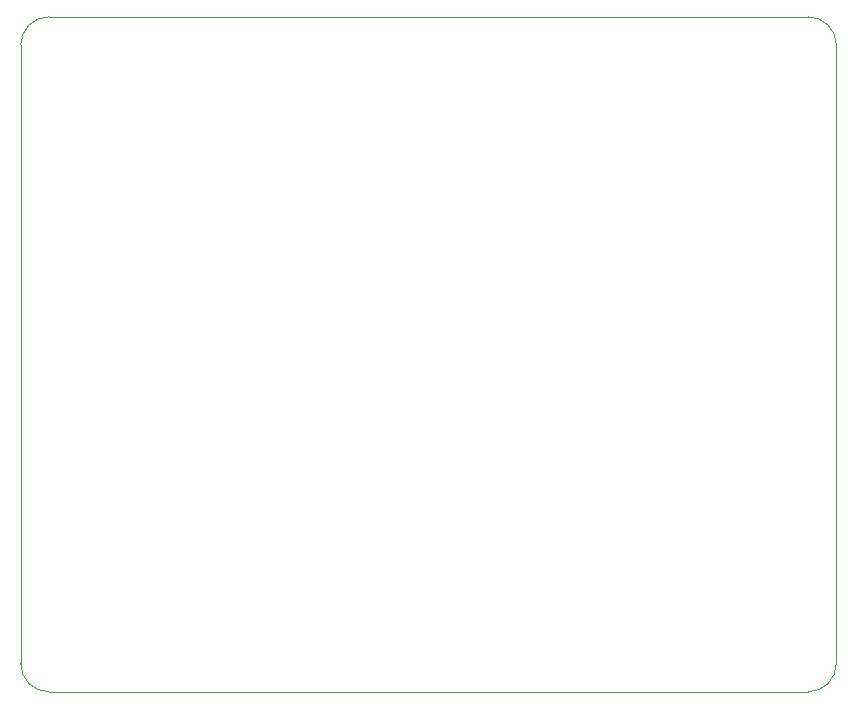
<source format=gm1>
G04 #@! TF.GenerationSoftware,KiCad,Pcbnew,(5.1.2)-2*
G04 #@! TF.CreationDate,2020-07-12T21:59:46+03:00*
G04 #@! TF.ProjectId,KB-Prototype,4b422d50-726f-4746-9f74-7970652e6b69,rev?*
G04 #@! TF.SameCoordinates,Original*
G04 #@! TF.FileFunction,Profile,NP*
%FSLAX46Y46*%
G04 Gerber Fmt 4.6, Leading zero omitted, Abs format (unit mm)*
G04 Created by KiCad (PCBNEW (5.1.2)-2) date 2020-07-12 21:59:46*
%MOMM*%
%LPD*%
G04 APERTURE LIST*
%ADD10C,0.050000*%
G04 APERTURE END LIST*
D10*
X26193750Y-23812500D02*
X90487500Y-23812500D01*
X90487500Y-80962500D02*
X26193750Y-80962500D01*
X23812500Y-26193750D02*
X23812500Y-78581250D01*
X92868750Y-78581250D02*
X92868750Y-26193750D01*
X92868750Y-78581250D02*
G75*
G02X90487500Y-80962500I-2381250J0D01*
G01*
X90487500Y-23812500D02*
G75*
G02X92868750Y-26193750I0J-2381250D01*
G01*
X26193750Y-80962500D02*
G75*
G02X23812500Y-78581250I0J2381250D01*
G01*
X23812500Y-26193750D02*
G75*
G02X26193750Y-23812500I2381250J0D01*
G01*
M02*

</source>
